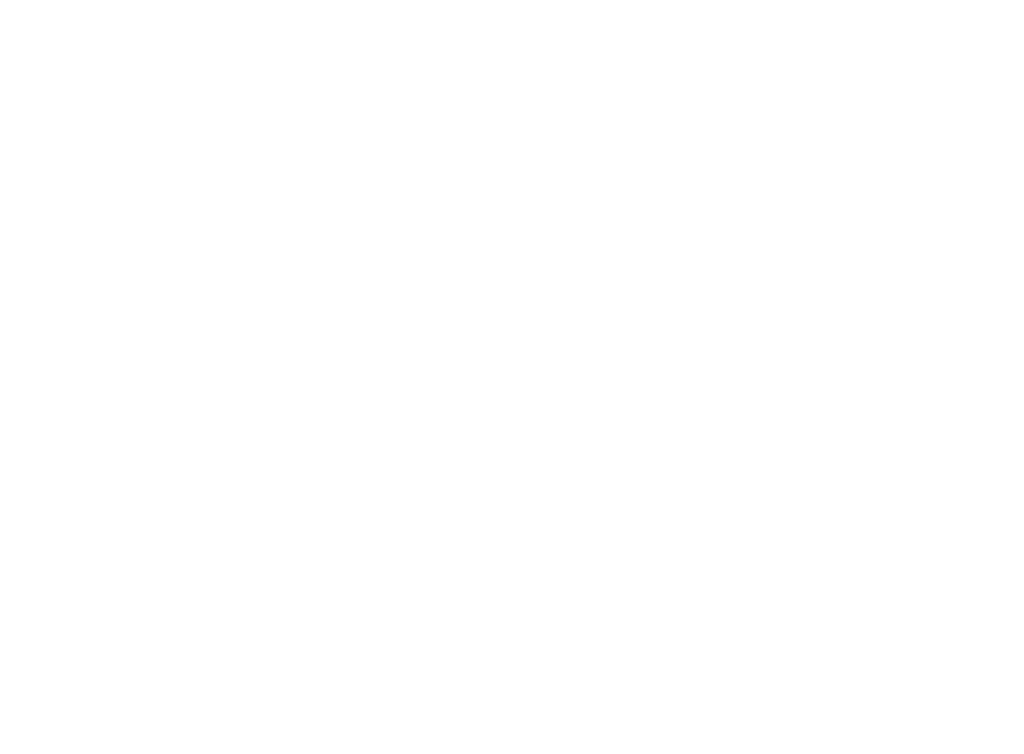
<source format=kicad_pcb>
(kicad_pcb (version 20221018) (generator pcbnew)

  (general
    (thickness 1.6)
  )

  (paper "A4")
  (title_block
    (title "Retro Circuit&Power Tester")
    (date "2025-05-16")
    (rev "1.0")
    (company "S59MZ")
  )

  (layers
    (0 "F.Cu" signal)
    (31 "B.Cu" signal)
    (32 "B.Adhes" user "B.Adhesive")
    (33 "F.Adhes" user "F.Adhesive")
    (34 "B.Paste" user)
    (35 "F.Paste" user)
    (36 "B.SilkS" user "B.Silkscreen")
    (37 "F.SilkS" user "F.Silkscreen")
    (38 "B.Mask" user)
    (39 "F.Mask" user)
    (40 "Dwgs.User" user "User.Drawings")
    (41 "Cmts.User" user "User.Comments")
    (42 "Eco1.User" user "User.Eco1")
    (43 "Eco2.User" user "User.Eco2")
    (44 "Edge.Cuts" user)
    (45 "Margin" user)
    (46 "B.CrtYd" user "B.Courtyard")
    (47 "F.CrtYd" user "F.Courtyard")
    (48 "B.Fab" user)
    (49 "F.Fab" user)
    (50 "User.1" user)
    (51 "User.2" user)
    (52 "User.3" user)
    (53 "User.4" user)
    (54 "User.5" user)
    (55 "User.6" user)
    (56 "User.7" user)
    (57 "User.8" user)
    (58 "User.9" user)
  )

  (setup
    (pad_to_mask_clearance 0)
    (grid_origin 179 83)
    (pcbplotparams
      (layerselection 0x3fc0000_7ffffffe)
      (plot_on_all_layers_selection 0x0000000_00000000)
      (disableapertmacros false)
      (usegerberextensions false)
      (usegerberattributes true)
      (usegerberadvancedattributes true)
      (creategerberjobfile true)
      (dashed_line_dash_ratio 12.000000)
      (dashed_line_gap_ratio 3.000000)
      (svgprecision 4)
      (plotframeref false)
      (viasonmask false)
      (mode 1)
      (useauxorigin false)
      (hpglpennumber 1)
      (hpglpenspeed 20)
      (hpglpendiameter 15.000000)
      (dxfpolygonmode true)
      (dxfimperialunits true)
      (dxfusepcbnewfont true)
      (psnegative false)
      (psa4output false)
      (plotreference true)
      (plotvalue true)
      (plotinvisibletext false)
      (sketchpadsonfab false)
      (subtractmaskfromsilk false)
      (outputformat 3)
      (mirror false)
      (drillshape 0)
      (scaleselection 1)
      (outputdirectory "DXF")
    )
  )

  (net 0 "")

  (gr_circle (center 207 130) (end 211 130)
    (stroke (width 0.05) (type default)) (fill none) (layer "User.1") (tstamp 097f0862-f15b-43d6-9d3a-33867fb0a109))
  (gr_rect (start 70 111) (end 98 121)
    (stroke (width 0.05) (type default)) (fill none) (layer "User.1") (tstamp 2713bcec-ff11-4208-9c6a-28bd00800c17))
  (gr_circle (center 115.11 89.5) (end 116.86 89.5)
    (stroke (width 0.05) (type default)) (fill none) (layer "User.1") (tstamp 2b863088-29c5-45c7-ab04-ee872083eb20))
  (gr_rect (start 55 40) (end 222 139)
    (stroke (width 0.05) (type default)) (fill none) (layer "User.1") (tstamp 2d09411b-ee82-4021-a1c4-3de6533abd2f))
  (gr_circle (center 64.89 89.5) (end 66.64 89.5)
    (stroke (width 0.05) (type default)) (fill none) (layer "User.1") (tstamp 3cbb2918-db5d-4cf3-8036-147f4776ca85))
  (gr_circle (center 147.82 101) (end 149.82 101)
    (stroke (width 0.05) (type default)) (fill none) (layer "User.1") (tstamp 3d4857c9-c74d-472b-9662-4a2e71cd6e0b))
  (gr_circle (center 151 130) (end 155 130)
    (stroke (width 0.05) (type default)) (fill none) (layer "User.1") (tstamp 3f9c6ced-4997-424c-9b9d-12a873336a6c))
  (gr_circle (center 127 122) (end 130 122)
    (stroke (width 0.05) (type default)) (fill none) (layer "User.1") (tstamp 5c57940c-2106-484e-93a0-0824d85dcab6))
  (gr_circle (center 179 47) (end 181 47)
    (stroke (width 0.05) (type default)) (fill none) (layer "User.1") (tstamp 65667613-dfeb-4560-9e28-c4d8ded328a1))
  (gr_circle (center 192.5 130) (end 197.5 130)
    (stroke (width 0.05) (type default)) (fill none) (layer "User.1") (tstamp 71ec32af-33d8-4d09-b2bc-04c4c2e73d14))
  (gr_circle (center 133 53) (end 137 53)
    (stroke (width 0.05) (type default)) (fill none) (layer "User.1") (tstamp 9c81c60d-47ee-4fcd-aa56-714eedad7eec))
  (gr_circle (center 90 46) (end 91.75 46)
    (stroke (width 0.05) (type default)) (fill none) (layer "User.1") (tstamp 9e5c7833-2db4-4667-9bb0-592a49890c0c))
  (gr_circle (center 165.5 130) (end 170.5 130)
    (stroke (width 0.05) (type default)) (fill none) (layer "User.1") (tstamp a1111e21-85b9-458b-9baf-eaa142072f47))
  (gr_circle (center 210.18 101) (end 212.18 101)
    (stroke (width 0.05) (type default)) (fill none) (layer "User.1") (tstamp b6c0b4d1-a06c-492b-a609-58da66e5f9c1))
  (gr_circle (center 90 75) (end 115.5 75)
    (stroke (width 0.05) (type default)) (fill none) (layer "User.1") (tstamp cdafbb6f-7b36-4dbb-bb1e-4fd6490b8068))
  (gr_rect (start 70 125) (end 98 135)
    (stroke (width 0.05) (type default)) (fill none) (layer "User.1") (tstamp cea44a94-1dea-484d-b054-355d163a75ad))
  (gr_circle (center 179 83) (end 212 83)
    (stroke (width 0.05) (type default)) (fill none) (layer "User.1") (tstamp ec3a5dbd-5396-4bd9-9c3a-2c8527c62f50))
  (gr_circle (center 106 46) (end 108.25 46)
    (stroke (width 0.1) (type default)) (fill none) (layer "User.3") (tstamp 0889c195-cb37-41ac-ad4f-6e5db60cbd53))
  (gr_circle (center 106 84) (end 108.25 84)
    (stroke (width 0.1) (type default)) (fill none) (layer "User.3") (tstamp 09234670-a862-4a6f-9d49-d52532907229))
  (gr_circle (center 202 117.5) (end 203.75 117.5)
    (stroke (width 0.1) (type default)) (fill none) (layer "User.3") (tstamp 0feb75c8-b149-43db-914e-e0ca8179cf0d))
  (gr_line (start 188.5 107.5) (end 188.5 66)
    (stroke (width 0.1) (type default)) (layer "User.3") (tstamp 1aace7b1-a5b6-43ef-ac20-3399fdf949d8))
  (gr_circle (center 106 95) (end 108.25 95)
    (stroke (width 0.1) (type default)) (fill none) (layer "User.3") (tstamp 2f3e1947-adc1-4c93-b16d-40607a4b998e))
  (gr_line (start 194 113) (end 188.5 107.5)
    (stroke (width 0.1) (type default)) (layer "User.3") (tstamp 551fce70-3b05-4951-b33b-876b2d71cb51))
  (gr_circle (center 106 133) (end 108.25 133)
    (stroke (width 0.1) (type default)) (fill none) (layer "User.3") (tstamp 5d2477c6-2066-4f7f-88df-4bf5418b477e))
  (gr_line (start 215.5 66) (end 215.5 107.5)
    (stroke (width 0.1) (type default)) (layer "User.3") (tstamp 6e02f798-6c5e-41bf-8fe0-300c4ee7ef95))
  (gr_line (start 210 113) (end 194 113)
    (stroke (width 0.1) (type default)) (layer "User.3") (tstamp a18fd580-0197-40d8-a945-3104058b3a8b))
  (gr_circle (center 68 84) (end 70.25 84)
    (stroke (width 0.1) (type default)) (fill none) (layer "User.3") (tstamp b0b62e5b-7aa8-49a0-a7bd-bb1e2820e6f6))
  (gr_circle (center 134 65) (end 139 65)
    (stroke (width 0.1) (type default)) (fill none) (layer "User.3") (tstamp b1a0e481-390e-4418-ab0a-a664197e5eec))
  (gr_circle (center 87 65) (end 108 65)
    (stroke (width 0.1) (type default)) (fill none) (layer "User.3") (tstamp b41b5ffc-fc8f-4501-95fa-9ac2728e9813))
  (gr_circle (center 68 95) (end 70.25 95)
    (stroke (width 0.1) (type default)) (fill none) (layer "User.3") (tstamp c38c48c2-57a7-430e-b3ac-7583b0a6c202))
  (gr_circle (center 87 114) (end 108 114)
    (stroke (width 0.1) (type default)) (fill none) (layer "User.3") (tstamp c8e10f93-954c-4042-b095-131b32bdcb06))
  (gr_line (start 188.5 66) (end 215.5 66)
    (stroke (width 0.1) (type default)) (layer "User.3") (tstamp dc14eae5-49de-4539-bb1d-20bfdf68a18a))
  (gr_circle (center 202 61.5) (end 203.75 61.5)
    (stroke (width 0.1) (type default)) (fill none) (layer "User.3") (tstamp de6e1231-f59e-4aeb-b4c5-3e7d25836668))
  (gr_rect (start 55 40) (end 222 139)
    (stroke (width 0.05) (type default)) (fill none) (layer "User.3") (tstamp e612c47d-4371-4377-af76-4bf36034bcab))
  (gr_circle (center 68 46) (end 70.25 46)
    (stroke (width 0.1) (type default)) (fill none) (layer "User.3") (tstamp e6acd85a-13f8-4490-bdd0-7fb3b49da4db))
  (gr_line (start 215.5 107.5) (end 210 113)
    (stroke (width 0.1) (type default)) (layer "User.3") (tstamp ec720a7e-939b-4562-93c9-c5a03786a431))
  (gr_circle (center 68 133) (end 70.25 133)
    (stroke (width 0.1) (type default)) (fill none) (layer "User.3") (tstamp f2399dba-a65d-4977-a4f4-b164207bdfa0))
  (gr_rect (start 55 40) (end 232 150)
    (stroke (width 0.1) (type default)) (fill none) (layer "User.5") (tstamp affd405d-c994-422a-a563-9b13a716c32c))
  (gr_circle (center 143.5 83) (end 163.5 83)
    (stroke (width 0.1) (type default)) (fill none) (layer "User.5") (tstamp f6c772e2-e23d-4135-8ecb-7a981ff136b3))
  (gr_rect (start 55 40) (end 229 150)
    (stroke (width 0.1) (type default)) (fill none) (layer "User.7") (tstamp cda63f10-1f4d-4df7-a699-8c0bf757885c))
  (gr_circle (center 91 78) (end 92.75 78)
    (stroke (width 0.1) (type default)) (fill none) (layer "User.7") (tstamp db0d9976-9b5d-4637-9340-325f2381a137))
  (gr_circle (center 171 124) (end 172.75 124)
    (stroke (width 0.1) (type default)) (fill none) (layer "User.7") (tstamp e7b411e3-805d-4aeb-bd79-fe3dfe6a8232))
  (gr_rect (start 85 72) (end 176 129)
    (stroke (width 0.1) (type dash)) (fill none) (layer "User.8") (tstamp 861ee563-c78a-49b2-9ee7-cef81a4251b4))
  (gr_rect (start 127 54) (end 133.5 72)
    (stroke (width 0.1) (type dash)) (fill none) (layer "User.8") (tstamp 92a36829-2fdf-48b3-a448-4658a7d191d2))
  (gr_text "Frontpanel" (at 120 33.5) (layer "User.2") (tstamp 51bde2f5-5460-478d-949b-8f14d14a6e0a)
    (effects (font (size 6 6) (thickness 0.5)) (justify left bottom))
  )
  (gr_text "Backplane" (at 120 33.5) (layer "User.4") (tstamp a7cc09a4-79f8-4902-8256-cd6cb6ecc74e)
    (effects (font (size 6 6) (thickness 0.5)) (justify left bottom))
  )
  (gr_text "Top Cover" (at 120 33.5) (layer "User.6") (tstamp 30adad67-76bb-4561-bf86-de684304647c)
    (effects (font (size 6 6) (thickness 0.5)) (justify left bottom))
  )
  (gr_text "Botom - look from below!" (at 86 26) (layer "User.8") (tstamp 445e9cbe-d08f-42cd-889d-791f8faa2e55)
    (effects (font (size 6 6) (thickness 0.5)) (justify left bottom))
  )
  (gr_text "backplane" (at 109 154) (layer "User.8") (tstamp 8deda85d-65cb-4604-a71f-8e792e192319)
    (effects (font (size 3 3) (thickness 0.15)) (justify left bottom))
  )
  (gr_text "frontpanel" (at 111 38) (layer "User.8") (tstamp 9dca53fa-2efb-4f97-b715-d47b16383e3b)
    (effects (font (size 3 3) (thickness 0.15)) (justify left bottom))
  )
  (dimension (type aligned) (layer "User.2") (tstamp 03dfd99e-5816-4ac3-b3b3-62fc0d47c703)
    (pts (xy 64.89 89.5) (xy 115.11 89.5))
    (height 6)
    (gr_text "50,2200 mm" (at 90 94.35) (layer "User.2") (tstamp 03dfd99e-5816-4ac3-b3b3-62fc0d47c703)
      (effects (font (size 1 1) (thickness 0.15)))
    )
    (format (prefix "") (suffix "") (units 3) (units_format 1) (precision 4))
    (style (thickness 0.1) (arrow_length 1.27) (text_position_mode 0) (extension_height 0.58642) (extension_offset 0.5) keep_text_aligned)
  )
  (dimension (type aligned) (layer "User.2") (tstamp 06d7db3c-f139-4659-b2e2-dd7279fbfce2)
    (pts (xy 145.82 101) (xy 149.82 101))
    (height -5)
    (gr_text "4,0000 mm" (at 147.82 94.85) (layer "User.2") (tstamp 06d7db3c-f139-4659-b2e2-dd7279fbfce2)
      (effects (font (size 1 1) (thickness 0.15)))
    )
    (format (prefix "") (suffix "") (units 3) (units_format 1) (precision 4))
    (style (thickness 0.1) (arrow_length 1.27) (text_position_mode 0) (extension_height 0.58642) (extension_offset 0.5) keep_text_aligned)
  )
  (dimension (type aligned) (layer "User.2") (tstamp 1368f7d7-6847-4a70-bdb5-a60c6f5e96f5)
    (pts (xy 151 130) (xy 207 130))
    (height -9)
    (gr_text "56,0000 mm" (at 179 119.85) (layer "User.2") (tstamp 1368f7d7-6847-4a70-bdb5-a60c6f5e96f5)
      (effects (font (size 1 1) (thickness 0.15)))
    )
    (format (prefix "") (suffix "") (units 3) (units_format 1) (precision 4))
    (style (thickness 0.1) (arrow_length 1.27) (text_position_mode 0) (extension_height 0.58642) (extension_offset 0.5) keep_text_aligned)
  )
  (dimension (type aligned) (layer "User.2") (tstamp 2233c5e0-aa50-4099-81af-e82d6ee7a913)
    (pts (xy 133 54) (xy 55 54))
    (height 1.5)
    (gr_text "78,0000 mm" (at 94 51.35) (layer "User.2") (tstamp 2233c5e0-aa50-4099-81af-e82d6ee7a913)
      (effects (font (size 1 1) (thickness 0.15)))
    )
    (format (prefix "") (suffix "") (units 3) (units_format 1) (precision 4))
    (style (thickness 0.1) (arrow_length 1.27) (text_position_mode 0) (extension_height 0.58642) (extension_offset 0.5) keep_text_aligned)
  )
  (dimension (type aligned) (layer "User.2") (tstamp 29af374b-5ec2-4160-8ee3-990ce8c0e5d7)
    (pts (xy 64.89 89.5) (xy 55 89.5))
    (height -6)
    (gr_text "9,8900 mm" (at 59.945 94.35) (layer "User.2") (tstamp 29af374b-5ec2-4160-8ee3-990ce8c0e5d7)
      (effects (font (size 1 1) (thickness 0.15)))
    )
    (format (prefix "") (suffix "") (units 3) (units_format 1) (precision 4))
    (style (thickness 0.1) (arrow_length 1.27) (text_position_mode 0) (extension_height 0.58642) (extension_offset 0.5) keep_text_aligned)
  )
  (dimension (type aligned) (layer "User.2") (tstamp 2a53acaf-ee56-4364-a67f-bd40724781af)
    (pts (xy 90 46) (xy 90 40))
    (height -4.5)
    (gr_text "6,0000 mm" (at 84.35 43 90) (layer "User.2") (tstamp 2a53acaf-ee56-4364-a67f-bd40724781af)
      (effects (font (size 1 1) (thickness 0.15)))
    )
    (format (prefix "") (suffix "") (units 3) (units_format 1) (precision 4))
    (style (thickness 0.1) (arrow_length 1.27) (text_position_mode 0) (extension_height 0.58642) (extension_offset 0.5) keep_text_aligned)
  )
  (dimension (type aligned) (layer "User.2") (tstamp 303bcfb9-799d-4619-8d75-15b577b35b2f)
    (pts (xy 179 83) (xy 222 83))
    (height 6.5)
    (gr_text "43,0000 mm" (at 200.5 88.35) (layer "User.2") (tstamp 303bcfb9-799d-4619-8d75-15b577b35b2f)
      (effects (font (size 1 1) (thickness 0.15)))
    )
    (format (prefix "") (suffix "") (units 3) (units_format 1) (precision 4))
    (style (thickness 0.1) (arrow_length 1.27) (text_position_mode 0) (extension_height 0.58642) (extension_offset 0.5) keep_text_aligned)
  )
  (dimension (type aligned) (layer "User.2") (tstamp 36cbc4f1-8f8e-4d1a-b686-854b3680b51a)
    (pts (xy 151 130) (xy 151 139))
    (height 6.5)
    (gr_text "9,0000 mm" (at 143.35 134.5 90) (layer "User.2") (tstamp 36cbc4f1-8f8e-4d1a-b686-854b3680b51a)
      (effects (font (size 1 1) (thickness 0.15)))
    )
    (format (prefix "") (suffix "") (units 3) (units_format 1) (precision 4))
    (style (thickness 0.1) (arrow_length 1.27) (text_position_mode 0) (extension_height 0.58642) (extension_offset 0.5) keep_text_aligned)
  )
  (dimension (type aligned) (layer "User.2") (tstamp 417c535d-1cbc-49dc-97fc-d73aa1b8dd78)
    (pts (xy 127 122) (xy 55 122))
    (height 5)
    (gr_text "72,0000 mm" (at 91 115.85) (layer "User.2") (tstamp 417c535d-1cbc-49dc-97fc-d73aa1b8dd78)
      (effects (font (size 1 1) (thickness 0.15)))
    )
    (format (prefix "") (suffix "") (units 3) (units_format 1) (precision 4))
    (style (thickness 0.1) (arrow_length 1.27) (text_position_mode 0) (extension_height 0.58642) (extension_offset 0.5) keep_text_aligned)
  )
  (dimension (type aligned) (layer "User.2") (tstamp 4324e852-b443-49cd-9a86-86e2e51c397d)
    (pts (xy 70 135) (xy 70 139))
    (height 3)
    (gr_text "4,0000 mm" (at 65.85 137 90) (layer "User.2") (tstamp 4324e852-b443-49cd-9a86-86e2e51c397d)
      (effects (font (size 1 1) (thickness 0.15)))
    )
    (format (prefix "") (suffix "") (units 3) (units_format 1) (precision 4))
    (style (thickness 0.1) (arrow_length 1.27) (text_position_mode 0) (extension_height 0.58642) (extension_offset 0.5) keep_text_aligned)
  )
  (dimension (type aligned) (layer "User.2") (tstamp 55c46971-3b47-442e-a65e-8c68bb988b6e)
    (pts (xy 55 139) (xy 222 139))
    (height 5.5)
    (gr_text "167,0000 mm" (at 138.5 143.35) (layer "User.2") (tstamp 55c46971-3b47-442e-a65e-8c68bb988b6e)
      (effects (font (size 1 1) (thickness 0.15)))
    )
    (format (prefix "") (suffix "") (units 3) (units_format 1) (precision 4))
    (style (thickness 0.1) (arrow_length 1.27) (text_position_mode 0) (extension_height 0.58642) (extension_offset 0.5) keep_text_aligned)
  )
  (dimension (type aligned) (layer "User.2") (tstamp 5df1b12c-d9d1-400f-b4d7-06518f8282cc)
    (pts (xy 197.5 130) (xy 187.5 130))
    (height 6)
    (gr_text "10,0000 mm" (at 192.5 122.85) (layer "User.2") (tstamp 5df1b12c-d9d1-400f-b4d7-06518f8282cc)
      (effects (font (size 1 1) (thickness 0.15)))
    )
    (format (prefix "") (suffix "") (units 3) (units_format 1) (precision 4))
    (style (thickness 0.1) (arrow_length 1.27) (text_position_mode 0) (extension_height 0.58642) (extension_offset 0.5) keep_text_aligned)
  )
  (dimension (type aligned) (layer "User.2") (tstamp 5f054cef-2aa7-44a9-9c03-c13060be910b)
    (pts (xy 115.11 91.25) (xy 115.11 87.75))
    (height 4.89)
    (gr_text "3,5000 mm" (at 118.85 89.5 90) (layer "User.2") (tstamp 5f054cef-2aa7-44a9-9c03-c13060be910b)
      (effects (font (size 1 1) (thickness 0.15)))
    )
    (format (prefix "") (suffix "") (units 3) (units_format 1) (precision 4))
    (style (thickness 0.1) (arrow_length 1.27) (text_position_mode 0) (extension_height 0.58642) (extension_offset 0.5) keep_text_aligned)
  )
  (dimension (type aligned) (layer "User.2") (tstamp 6005be8f-48d2-459b-9e60-4b17a34c86e7)
    (pts (xy 64.5 75) (xy 115.5 75))
    (height -9.5)
    (gr_text "51,0000 mm" (at 90 64.35) (layer "User.2") (tstamp 6005be8f-48d2-459b-9e60-4b17a34c86e7)
      (effects (font (size 1 1) (thickness 0.15)))
    )
    (format (prefix "") (suffix "") (units 3) (units_format 1) (precision 4))
    (style (thickness 0.1) (arrow_length 1.27) (text_position_mode 0) (extension_height 0.58642) (extension_offset 0.5) keep_text_aligned)
  )
  (dimension (type aligned) (layer "User.2") (tstamp 704ff4c1-dd49-4f64-b046-3e8df6ba3f37)
    (pts (xy 165.5 130) (xy 192.5 130))
    (height 6.999999)
    (gr_text "27,0000 mm" (at 179 135.849999) (layer "User.2") (tstamp 704ff4c1-dd49-4f64-b046-3e8df6ba3f37)
      (effects (font (size 1 1) (thickness 0.15)))
    )
    (format (prefix "") (suffix "") (units 3) (units_format 1) (precision 4))
    (style (thickness 0.1) (arrow_length 1.27) (text_position_mode 0) (extension_height 0.58642) (extension_offset 0.5) keep_text_aligned)
  )
  (dimension (type aligned) (layer "User.2") (tstamp 753ebd85-88f4-4892-a3b5-ee4066d56e86)
    (pts (xy 70 111) (xy 55 111))
    (height 4)
    (gr_text "15,0000 mm" (at 62.5 105.85) (layer "User.2") (tstamp 753ebd85-88f4-4892-a3b5-ee4066d56e86)
      (effects (font (size 1 1) (thickness 0.15)))
    )
    (format (prefix "") (suffix "") (units 3) (units_format 1) (precision 4))
    (style (thickness 0.1) (arrow_length 1.27) (text_position_mode 0) (extension_height 0.58642) (extension_offset 0.5) keep_text_aligned)
  )
  (dimension (type aligned) (layer "User.2") (tstamp 75f0da7c-987a-4f11-9b3a-38d785bf865d)
    (pts (xy 207 126) (xy 207 134))
    (height 5)
    (gr_text "8,0000 mm" (at 200.85 130 90) (layer "User.2") (tstamp 75f0da7c-987a-4f11-9b3a-38d785bf865d)
      (effects (font (size 1 1) (thickness 0.15)))
    )
    (format (prefix "") (suffix "") (units 3) (units_format 1) (precision 4))
    (style (thickness 0.1) (arrow_length 1.27) (text_position_mode 0) (extension_height 0.58642) (extension_offset 0.5) keep_text_aligned)
  )
  (dimension (type aligned) (layer "User.2") (tstamp 7873a5d7-ace9-4434-b866-4cf26922fcf4)
    (pts (xy 98 125) (xy 98 135))
    (height -5.5)
    (gr_text "10,0000 mm" (at 102.35 130 90) (layer "User.2") (tstamp 7873a5d7-ace9-4434-b866-4cf26922fcf4)
      (effects (font (size 1 1) (thickness 0.15)))
    )
    (format (prefix "") (suffix "") (units 3) (units_format 1) (precision 4))
    (style (thickness 0.1) (arrow_length 1.27) (text_position_mode 0) (extension_height 0.58642) (extension_offset 0.5) keep_text_aligned)
  )
  (dimension (type aligned) (layer "User.2") (tstamp 7eaa6620-8735-45d3-bbef-c81db02d6b50)
    (pts (xy 90 75) (xy 55 75))
    (height -5.5)
    (gr_text "35,0000 mm" (at 72.5 79.35) (layer "User.2") (tstamp 7eaa6620-8735-45d3-bbef-c81db02d6b50)
      (effects (font (size 1 1) (thickness 0.15)))
    )
    (format (prefix "") (suffix "") (units 3) (units_format 1) (precision 4))
    (style (thickness 0.1) (arrow_length 1.27) (text_position_mode 0) (extension_height 0.58642) (extension_offset 0.5) keep_text_aligned)
  )
  (dimension (type aligned) (layer "User.2") (tstamp 7f172d81-1cef-47c3-a5e7-38f494210e66)
    (pts (xy 129 54) (xy 137 54))
    (height 7.5)
    (gr_text "8,0000 mm" (at 133 60.35) (layer "User.2") (tstamp 7f172d81-1cef-47c3-a5e7-38f494210e66)
      (effects (font (size 1 1) (thickness 0.15)))
    )
    (format (prefix "") (suffix "") (units 3) (units_format 1) (precision 4))
    (style (thickness 0.1) (arrow_length 1.27) (text_position_mode 0) (extension_height 0.58642) (extension_offset 0.5) keep_text_aligned)
  )
  (dimension (type aligned) (layer "User.2") (tstamp 803d4a5d-ba30-433d-817e-db8818b10735)
    (pts (xy 210.18 101) (xy 210 40))
    (height 6.173909)
    (gr_text "61,0003 mm" (at 217.413877 70.478389 -89.83093098) (layer "User.2") (tstamp 803d4a5d-ba30-433d-817e-db8818b10735)
      (effects (font (size 1 1) (thickness 0.15)))
    )
    (format (prefix "") (suffix "") (units 3) (units_format 1) (precision 4))
    (style (thickness 0.1) (arrow_length 1.27) (text_position_mode 0) (extension_height 0.58642) (extension_offset 0.5) keep_text_aligned)
  )
  (dimension (type aligned) (layer "User.2") (tstamp 855fcce3-f808-403e-b9ac-bceae4aed20f)
    (pts (xy 179 47) (xy 179 40))
    (height 6)
    (gr_text "7,0000 mm" (at 183.85 43.5 90) (layer "User.2") (tstamp 855fcce3-f808-403e-b9ac-bceae4aed20f)
      (effects (font (size 1 1) (thickness 0.15)))
    )
    (format (prefix "") (suffix "") (units 3) (units_format 1) (precision 4))
    (style (thickness 0.1) (arrow_length 1.27) (text_position_mode 0) (extension_height 0.58642) (extension_offset 0.5) keep_text_aligned)
  )
  (dimension (type aligned) (layer "User.2") (tstamp 8b539f8f-bef7-485e-b6c6-f7bd78f3faee)
    (pts (xy 64.89 89.5) (xy 65 40))
    (height -3.757483)
    (gr_text "49,5001 mm" (at 60.037529 64.739094 89.87267626) (layer "User.2") (tstamp 8b539f8f-bef7-485e-b6c6-f7bd78f3faee)
      (effects (font (size 1 1) (thickness 0.15)))
    )
    (format (prefix "") (suffix "") (units 3) (units_format 1) (precision 4))
    (style (thickness 0.1) (arrow_length 1.27) (text_position_mode 0) (extension_height 0.58642) (extension_offset 0.5) keep_text_aligned)
  )
  (dimension (type aligned) (layer "User.2") (tstamp 9dcd67b5-29e8-40e9-b885-8543539612e1)
    (pts (xy 98 111) (xy 98 121))
    (height -5.5)
    (gr_text "10,0000 mm" (at 102.35 116 90) (layer "User.2") (tstamp 9dcd67b5-29e8-40e9-b885-8543539612e1)
      (effects (font (size 1 1) (thickness 0.15)))
    )
    (format (prefix "") (suffix "") (units 3) (units_format 1) (precision 4))
    (style (thickness 0.1) (arrow_length 1.27) (text_position_mode 0) (extension_height 0.58642) (extension_offset 0.5) keep_text_aligned)
  )
  (dimension (type aligned) (layer "User.2") (tstamp b1511e07-6cfe-498b-8d1d-6afd0a521853)
    (pts (xy 127 122) (xy 127 139))
    (height -6)
    (gr_text "17,0000 mm" (at 131.85 130.5 90) (layer "User.2") (tstamp b1511e07-6cfe-498b-8d1d-6afd0a521853)
      (effects (font (size 1 1) (thickness 0.15)))
    )
    (format (prefix "") (suffix "") (units 3) (units_format 1) (precision 4))
    (style (thickness 0.1) (arrow_length 1.27) (text_position_mode 0) (extension_height 0.58642) (extension_offset 0.5) keep_text_aligned)
  )
  (dimension (type aligned) (layer "User.2") (tstamp b8002b1f-2cf1-4acf-8692-2df022a47e4a)
    (pts (xy 124 122) (xy 130 122))
    (height -9.5)
    (gr_text "6,0000 mm" (at 127 111.35) (layer "User.2") (tstamp b8002b1f-2cf1-4acf-8692-2df022a47e4a)
      (effects (font (size 1 1) (thickness 0.15)))
    )
    (format (prefix "") (suffix "") (units 3) (units_format 1) (precision 4))
    (style (thickness 0.1) (arrow_length 1.27) (text_position_mode 0) (extension_height 0.58642) (extension_offset 0.5) keep_text_aligned)
  )
  (dimension (type aligned) (layer "User.2") (tstamp bb7d52d0-ebd1-4a16-a4ee-b179105483fb)
    (pts (xy 70 125) (xy 70 121))
    (height -3)
    (gr_text "4,0000 mm" (at 65.85 123 90) (layer "User.2") (tstamp bb7d52d0-ebd1-4a16-a4ee-b179105483fb)
      (effects (font (size 1 1) (thickness 0.15)))
    )
    (format (prefix "") (suffix "") (units 3) (units_format 1) (precision 4))
    (style (thickness 0.1) (arrow_length 1.27) (text_position_mode 0) (extension_height 0.58642) (extension_offset 0.5) keep_text_aligned)
  )
  (dimension (type aligned) (layer "User.2") (tstamp bbc7752b-5b55-4e24-a605-4a65d80e7e18)
    (pts (xy 210.18 101) (xy 147.82 101))
    (height -6)
    (gr_text "62,3600 mm" (at 179 105.85) (layer "User.2") (tstamp bbc7752b-5b55-4e24-a605-4a65d80e7e18)
      (effects (font (size 1 1) (thickness 0.15)))
    )
    (format (prefix "") (suffix "") (units 3) (units_format 1) (precision 4))
    (style (thickness 0.1) (arrow_length 1.27) (text_position_mode 0) (extension_height 0.58642) (extension_offset 0.5) keep_text_aligned)
  )
  (dimension (type aligned) (layer "User.2") (tstamp bede8255-0050-41cd-a947-ce786a053156)
    (pts (xy 90 75) (xy 90 40))
    (height 7)
    (gr_text "35,0000 mm" (at 95.85 57.5 90) (layer "User.2") (tstamp bede8255-0050-41cd-a947-ce786a053156)
      (effects (font (size 1 1) (thickness 0.15)))
    )
    (format (prefix "") (suffix "") (units 3) (units_format 1) (precision 4))
    (style (thickness 0.1) (arrow_length 1.27) (text_position_mode 0) (extension_height 0.58642) (extension_offset 0.5) keep_text_aligned)
  )
  (dimension (type aligned) (layer "User.2") (tstamp bf16f316-3300-486d-9afa-1f32c36742d5)
    (pts (xy 179 83) (xy 179 40))
    (height -7)
    (gr_text "43,0000 mm" (at 170.85 61.5 90) (layer "User.2") (tstamp bf16f316-3300-486d-9afa-1f32c36742d5)
      (effects (font (size 1 1) (thickness 0.15)))
    )
    (format (prefix "") (suffix "") (units 3) (units_format 1) (precision 4))
    (style (thickness 0.1) (arrow_length 1.27) (text_position_mode 0) (extension_height 0.58642) (extension_offset 0.5) keep_text_aligned)
  )
  (dimension (type aligned) (layer "User.2") (tstamp c26c3ab9-2773-4908-9c61-03a1bd2b895c)
    (pts (xy 70 111) (xy 98 111))
    (height -4)
    (gr_text "28,0000 mm" (at 84 105.85) (layer "User.2") (tstamp c26c3ab9-2773-4908-9c61-03a1bd2b895c)
      (effects (font (size 1 1) (thickness 0.15)))
    )
    (format (prefix "") (suffix "") (units 3) (units_format 1) (precision 4))
    (style (thickness 0.1) (arrow_length 1.27) (text_position_mode 0) (extension_height 0.58642) (extension_offset 0.5) keep_text_aligned)
  )
  (dimension (type aligned) (layer "User.2") (tstamp c2cdc32c-d9b7-4bd7-b0a7-6c77845e7107)
    (pts (xy 222 40) (xy 222 139))
    (height -5.5)
    (gr_text "99,0000 mm" (at 226.35 89.5 90) (layer "User.2") (tstamp c2cdc32c-d9b7-4bd7-b0a7-6c77845e7107)
      (effects (font (size 1 1) (thickness 0.15)))
    )
    (format (prefix "") (suffix "") (units 3) (units_format 1) (precision 4))
    (style (thickness 0.1) (arrow_length 1.27) (text_position_mode 0) (extension_height 0.58642) (extension_offset 0.5) keep_text_aligned)
  )
  (dimension (type aligned) (layer "User.2") (tstamp dbc4ec41-ba9b-4360-9ed2-52f5157b8540)
    (pts (xy 151 126) (xy 151 134))
    (height -7)
    (gr_text "8,0000 mm" (at 156.85 130 90) (layer "User.2") (tstamp dbc4ec41-ba9b-4360-9ed2-52f5157b8540)
      (effects (font (size 1 1) (thickness 0.15)))
    )
    (format (prefix "") (suffix "") (units 3) (units_format 1) (precision 4))
    (style (thickness 0.1) (arrow_length 1.27) (text_position_mode 0) (extension_height 0.58642) (extension_offset 0.5) keep_text_aligned)
  )
  (dimension (type aligned) (layer "User.2") (tstamp e12225fc-8bcd-4ac2-8cc4-101179caac1c)
    (pts (xy 170.5 130) (xy 160.5 130))
    (height 6)
    (gr_text "10,0000 mm" (at 165.5 122.85) (layer "User.2") (tstamp e12225fc-8bcd-4ac2-8cc4-101179caac1c)
      (effects (font (size 1 1) (thickness 0.15)))
    )
    (format (prefix "") (suffix "") (units 3) (units_format 1) (precision 4))
    (style (thickness 0.1) (arrow_length 1.27) (text_position_mode 0) (extension_height 0.58642) (extension_offset 0.5) keep_text_aligned)
  )
  (dimension (type aligned) (layer "User.2") (tstamp e329c315-60bd-4889-bae6-dfd8b89c2594)
    (pts (xy 133 53) (xy 133 40))
    (height 5.5)
    (gr_text "13,0000 mm" (at 137.35 46.5 90) (layer "User.2") (tstamp e329c315-60bd-4889-bae6-dfd8b89c2594)
      (effects (font (size 1 1) (thickness 0.15)))
    )
    (format (prefix "") (suffix "") (units 3) (units_format 1) (precision 4))
    (style (thickness 0.1) (arrow_length 1.27) (text_position_mode 0) (extension_height 0.58642) (extension_offset 0.5) keep_text_aligned)
  )
  (dimension (type aligned) (layer "User.2") (tstamp e809c9c0-c2e8-47b8-8dee-c5ff11bc5a23)
    (pts (xy 207 130) (xy 207 139))
    (height -9)
    (gr_text "9,0000 mm" (at 214.85 134.5 90) (layer "User.2") (tstamp e809c9c0-c2e8-47b8-8dee-c5ff11bc5a23)
      (effects (font (size 1 1) (thickness 0.15)))
    )
    (format (prefix "") (suffix "") (units 3) (units_format 1) (precision 4))
    (style (thickness 0.1) (arrow_length 1.27) (text_position_mode 0) (extension_height 0.58642) (extension_offset 0.5) keep_text_aligned)
  )
  (dimension (type aligned) (layer "User.2") (tstamp edecdd00-d47a-497a-92d8-9e783bff7003)
    (pts (xy 210.18 101) (xy 222 101))
    (height 6)
    (gr_text "11,8200 mm" (at 216.09 105.85) (layer "User.2") (tstamp edecdd00-d47a-497a-92d8-9e783bff7003)
      (effects (font (size 1 1) (thickness 0.15)))
    )
    (format (prefix "") (suffix "") (units 3) (units_format 1) (precision 4))
    (style (thickness 0.1) (arrow_length 1.27) (text_position_mode 0) (extension_height 0.58642) (extension_offset 0.5) keep_text_aligned)
  )
  (dimension (type aligned) (layer "User.2") (tstamp f8395403-382e-4512-99c9-fb68678fe96a)
    (pts (xy 207 130) (xy 222 130))
    (height -9)
    (gr_text "15,0000 mm" (at 214.5 119.85) (layer "User.2") (tstamp f8395403-382e-4512-99c9-fb68678fe96a)
      (effects (font (size 1 1) (thickness 0.15)))
    )
    (format (prefix "") (suffix "") (units 3) (units_format 1) (precision 4))
    (style (thickness 0.1) (arrow_length 1.27) (text_position_mode 0) (extension_height 0.58642) (extension_offset 0.5) keep_text_aligned)
  )
  (dimension (type aligned) (layer "User.4") (tstamp 00543911-0f25-405b-84be-253e7e22b63d)
    (pts (xy 87 65) (xy 87 40))
    (height 0)
    (gr_text "25,0000 mm" (at 85.85 52.5 90) (layer "User.4") (tstamp 00543911-0f25-405b-84be-253e7e22b63d)
      (effects (font (size 1 1) (thickness 0.15)))
    )
    (format (prefix "") (suffix "") (units 3) (units_format 1) (precision 4))
    (style (thickness 0.1) (arrow_length 1.27) (text_position_mode 0) (extension_height 0.58642) (extension_offset 0.5) keep_text_aligned)
  )
  (dimension (type aligned) (layer "User.4") (tstamp 130b7e21-8ef6-4e37-b998-a77cbc19408e)
    (pts (xy 202 117.5) (xy 202 61.5))
    (height 5)
    (gr_text "56,0000 mm" (at 205.85 89.5 90) (layer "User.4") (tstamp 130b7e21-8ef6-4e37-b998-a77cbc19408e)
      (effects (font (size 1 1) (thickness 0.15)))
    )
    (format (prefix "") (suffix "") (units 3) (units_format 1) (precision 4))
    (style (thickness 0.1) (arrow_length 1.27) (text_position_mode 0) (extension_height 0.58642) (extension_offset 0.5) keep_text_aligned)
  )
  (dimension (type aligned) (layer "User.4") (tstamp 19081e08-80a1-47f9-ab70-37bc06c7029d)
    (pts (xy 87 114) (xy 55 114))
    (height 4)
    (gr_text "32,0000 mm" (at 71 108.85) (layer "User.4") (tstamp 19081e08-80a1-47f9-ab70-37bc06c7029d)
      (effects (font (size 1 1) (thickness 0.15)))
    )
    (format (prefix "") (suffix "") (units 3) (units_format 1) (precision 4))
    (style (thickness 0.1) (arrow_length 1.27) (text_position_mode 0) (extension_height 0.58642) (extension_offset 0.5) keep_text_aligned)
  )
  (dimension (type aligned) (layer "User.4") (tstamp 1c71b65d-c18e-4d00-a514-a95e3d198161)
    (pts (xy 202 117.5) (xy 222 117.5))
    (height 5.5)
    (gr_text "20,0000 mm" (at 212 121.85) (layer "User.4") (tstamp 1c71b65d-c18e-4d00-a514-a95e3d198161)
      (effects (font (size 1 1) (thickness 0.15)))
    )
    (format (prefix "") (suffix "") (units 3) (units_format 1) (precision 4))
    (style (thickness 0.1) (arrow_length 1.27) (text_position_mode 0) (extension_height 0.58642) (extension_offset 0.5) keep_text_aligned)
  )
  (dimension (type aligned) (layer "User.4") (tstamp 2919b29e-427a-4d8a-bcc2-92fd24ea3953)
    (pts (xy 87 65) (xy 55 65))
    (height -3.5)
    (gr_text "32,0000 mm" (at 71 67.35) (layer "User.4") (tstamp 2919b29e-427a-4d8a-bcc2-92fd24ea3953)
      (effects (font (size 1 1) (thickness 0.15)))
    )
    (format (prefix "") (suffix "") (units 3) (units_format 1) (precision 4))
    (style (thickness 0.1) (arrow_length 1.27) (text_position_mode 0) (extension_height 0.58642) (extension_offset 0.5) keep_text_aligned)
  )
  (dimension (type aligned) (layer "User.4") (tstamp 29e32798-623e-4b96-8914-815a6fffb4fc)
    (pts (xy 188.5 107.5) (xy 188.5 66))
    (height -6.5)
    (gr_text "41,5000 mm" (at 180.85 86.75 90) (layer "User.4") (tstamp 29e32798-623e-4b96-8914-815a6fffb4fc)
      (effects (font (size 1 1) (thickness 0.15)))
    )
    (format (prefix "") (suffix "") (units 3) (units_format 1) (precision 4))
    (style (thickness 0.1) (arrow_length 1.27) (text_position_mode 0) (extension_height 0.58642) (extension_offset 0.5) keep_text_aligned)
  )
  (dimension (type aligned) (layer "User.4") (tstamp 2ac2753d-eef0-4b04-8ee4-ef7f99367237)
    (pts (xy 106 95) (xy 106 133))
    (height -7.5)
    (gr_text "38,0000 mm" (at 112.35 114 90) (layer "User.4") (tstamp 2ac2753d-eef0-4b04-8ee4-ef7f99367237)
      (effects (font (size 1 1) (thickness 0.15)))
    )
    (format (prefix "") (suffix "") (units 3) (units_format 1) (precision 4))
    (style (thickness 0.1) (arrow_length 1.27) (text_position_mode 0) (extension_height 0.58642) (extension_offset 0.5) keep_text_aligned)
  )
  (dimension (type aligned) (layer "User.4") (tstamp 31cacedf-c567-47fb-8884-28feee619d5b)
    (pts (xy 194 113) (xy 210 113))
    (height -6)
    (gr_text "16,0000 mm" (at 202 105.85) (layer "User.4") (tstamp 31cacedf-c567-47fb-8884-28feee619d5b)
      (effects (font (size 1 1) (thickness 0.15)))
    )
    (format (prefix "") (suffix "") (units 3) (units_format 1) (precision 4))
    (style (thickness 0.1) (arrow_length 1.27) (text_position_mode 0) (extension_height 0.58642) (extension_offset 0.5) keep_text_aligned)
  )
  (dimension (type aligned) (layer "User.4") (tstamp 36f9cb8e-f74f-4082-8402-3da5e2209ae8)
    (pts (xy 55 139) (xy 222 139))
    (height 9)
    (gr_text "167,0000 mm" (at 138.5 146.85) (layer "User.4") (tstamp 36f9cb8e-f74f-4082-8402-3da5e2209ae8)
      (effects (font (size 1 1) (thickness 0.15)))
    )
    (format (prefix "") (suffix "") (units 3) (units_format 1) (precision 4))
    (style (thickness 0.1) (arrow_length 1.27) (text_position_mode 0) (extension_height 0.58642) (extension_offset 0.5) keep_text_aligned)
  )
  (dimension (type aligned) (layer "User.4") (tstamp 4438949f-aaf0-4bbb-a201-4135bc047200)
    (pts (xy 188.5 66) (xy 215.5 66))
    (height 5)
    (gr_text "27,0000 mm" (at 202 69.85) (layer "User.4") (tstamp 4438949f-aaf0-4bbb-a201-4135bc047200)
      (effects (font (size 1 1) (thickness 0.15)))
    )
    (format (prefix "") (suffix "") (units 3) (units_format 1) (precision 4))
    (style (thickness 0.1) (arrow_length 1.27) (text_position_mode 0) (extension_height 0.58642) (extension_offset 0.5) keep_text_aligned)
  )
  (dimension (type aligned) (layer "User.4") (tstamp 4ec95042-4958-497a-9b77-aaa6e1b9267b)
    (pts (xy 222 40) (xy 222 139))
    (height -12)
    (gr_text "99,0000 mm" (at 232.85 89.5 90) (layer "User.4") (tstamp 4ec95042-4958-497a-9b77-aaa6e1b9267b)
      (effects (font (size 1 1) (thickness 0.15)))
    )
    (format (prefix "") (suffix "") (units 3) (units_format 1) (precision 4))
    (style (thickness 0.1) (arrow_length 1.27) (text_position_mode 0) (extension_height 0.58642) (extension_offset 0.5) keep_text_aligned)
  )
  (dimension (type aligned) (layer "User.4") (tstamp 5c1a021b-65a8-4042-9559-233e603ee51a)
    (pts (xy 134 65) (xy 134 40))
    (height 11)
    (gr_text "25,0000 mm" (at 143.85 52.5 90) (layer "User.4") (tstamp 5c1a021b-65a8-4042-9559-233e603ee51a)
      (effects (font (size 1 1) (thickness 0.15)))
    )
    (format (prefix "") (suffix "") (units 3) (units_format 1) (precision 4))
    (style (thickness 0.1) (arrow_length 1.27) (text_position_mode 0) (extension_height 0.58642) (extension_offset 0.5) keep_text_aligned)
  )
  (dimension (type aligned) (layer "User.4") (tstamp 7abd421d-eb84-4518-ba05-fa366057db3f)
    (pts (xy 68 133) (xy 68 139))
    (height 6)
    (gr_text "6,0000 mm" (at 60.85 136 90) (layer "User.4") (tstamp 7abd421d-eb84-4518-ba05-fa366057db3f)
      (effects (font (size 1 1) (thickness 0.15)))
    )
    (format (prefix "") (suffix "") (units 3) (units_format 1) (precision 4))
    (style (thickness 0.1) (arrow_length 1.27) (text_position_mode 0) (extension_height 0.58642) (extension_offset 0.5) keep_text_aligned)
  )
  (dimension (type aligned) (layer "User.4") (tstamp 7fbaccfb-3eb7-420e-90f5-4b4400d2ddfa)
    (pts (xy 68 84) (xy 106 84))
    (height 5.5)
    (gr_text "38,0000 mm" (at 87 88.35) (layer "User.4") (tstamp 7fbaccfb-3eb7-420e-90f5-4b4400d2ddfa)
      (effects (font (size 1 1) (thickness 0.15)))
    )
    (format (prefix "") (suffix "") (units 3) (units_format 1) (precision 4))
    (style (thickness 0.1) (arrow_length 1.27) (text_position_mode 0) (extension_height 0.58642) (extension_offset 0.5) keep_text_aligned)
  )
  (dimension (type aligned) (layer "User.4") (tstamp 90f25a85-3623-4c71-8154-cf8ffa482a66)
    (pts (xy 129 65) (xy 139 65))
    (height 9)
    (gr_text "10,0000 mm" (at 134 72.85) (layer "User.4") (tstamp 90f25a85-3623-4c71-8154-cf8ffa482a66)
      (effects (font (size 1 1) (thickness 0.15)))
    )
    (format (prefix "") (suffix "") (units 3) (units_format 1) (precision 4))
    (style (thickness 0.1) (arrow_length 1.27) (text_position_mode 0) (extension_height 0.58642) (extension_offset 0.5) keep_text_aligned)
  )
  (dimension (type aligned) (layer "User.4") (tstamp a2e02b1e-3b25-46ee-9383-84fe1d5bb766)
    (pts (xy 134 65) (xy 55 65))
    (height 6)
    (gr_text "79,0000 mm" (at 94.5 57.85) (layer "User.4") (tstamp a2e02b1e-3b25-46ee-9383-84fe1d5bb766)
      (effects (font (size 1 1) (thickness 0.15)))
    )
    (format (prefix "") (suffix "") (units 3) (units_format 1) (precision 4))
    (style (thickness 0.1) (arrow_length 1.27) (text_position_mode 0) (extension_height 0.58642) (extension_offset 0.5) keep_text_aligned)
  )
  (dimension (type aligned) (layer "User.4") (tstamp a44e54fb-0830-48c5-bfc7-21075eaf6d57)
    (pts (xy 68 46) (xy 55 46))
    (height -6)
    (gr_text "13,0000 mm" (at 61.5 50.85) (layer "User.4") (tstamp a44e54fb-0830-48c5-bfc7-21075eaf6d57)
      (effects (font (size 1 1) (thickness 0.15)))
    )
    (format (prefix "") (suffix "") (units 3) (units_format 1) (precision 4))
    (style (thickness 0.1) (arrow_length 1.27) (text_position_mode 0) (extension_height 0.58642) (extension_offset 0.5) keep_text_aligned)
  )
  (dimension (type aligned) (layer "User.4") (tstamp b4dd386e-1b0d-4c2e-acd9-c5d7d77dce60)
    (pts (xy 202 61.5) (xy 202 40))
    (height -6)
    (gr_text "21,5000 mm" (at 194.85 50.75 90) (layer "User.4") (tstamp b4dd386e-1b0d-4c2e-acd9-c5d7d77dce60)
      (effects (font (size 1 1) (thickness 0.15)))
    )
    (format (prefix "") (suffix "") (units 3) (units_format 1) (precision 4))
    (style (thickness 0.1) (arrow_length 1.27) (text_position_mode 0) (extension_height 0.58642) (extension_offset 0.5) keep_text_aligned)
  )
  (dimension (type aligned) (layer "User.4") (tstamp bcec0c2e-bf7a-470e-af07-2ccc6ee15869)
    (pts (xy 106 46) (xy 106 40))
    (height 7.5)
    (gr_text "6,0000 mm" (at 112.35 43 90) (layer "User.4") (tstamp bcec0c2e-bf7a-470e-af07-2ccc6ee15869)
      (effects (font (size 1 1) (thickness 0.15)))
    )
    (format (prefix "") (suffix "") (units 3) (units_format 1) (precision 4))
    (style (thickness 0.1) (arrow_length 1.27) (text_position_mode 0) (extension_height 0.58642) (extension_offset 0.5) keep_text_aligned)
  )
  (dimension (type aligned) (layer "User.4") (tstamp c6886a1e-9cc8-4468-ab8e-1575f9d5fd9b)
    (pts (xy 202 115.75) (xy 202 119.25))
    (height 4)
    (gr_text "3,5000 mm" (at 196.85 117.5 90) (layer "User.4") (tstamp c6886a1e-9cc8-4468-ab8e-1575f9d5fd9b)
      (effects (font (size 1 1) (thickness 0.15)))
    )
    (format (prefix "") (suffix "") (units 3) (units_format 1) (precision 4))
    (style (thickness 0.1) (arrow_length 1.27) (text_position_mode 0) (extension_height 0.58642) (extension_offset 0.5) keep_text_aligned)
  )
  (dimension (type aligned) (layer "User.4") (tstamp c705db00-253b-4833-a746-9eb3661b169f)
    (pts (xy 87 114) (xy 87 139))
    (height 0)
    (gr_text "25,0000 mm" (at 85.85 126.5 90) (layer "User.4") (tstamp c705db00-253b-4833-a746-9eb3661b169f)
      (effects (font (size 1 1) (thickness 0.15)))
    )
    (format (prefix "") (suffix "") (units 3) (units_format 1) (precision 4))
    (style (thickness 0.1) (arrow_length 1.27) (text_position_mode 0) (extension_height 0.58642) (extension_offset 0.5) keep_text_aligned)
  )
  (dimension (type aligned) (layer "User.4") (tstamp d20ace1e-f085-441b-b1ae-ed0d90e22601)
    (pts (xy 66 114) (xy 108 114))
    (height 0)
    (gr_text "42,0000 mm" (at 87 112.85) (layer "User.4") (tstamp d20ace1e-f085-441b-b1ae-ed0d90e22601)
      (effects (font (size 1 1) (thickness 0.15)))
    )
    (format (prefix "") (suffix "") (units 3) (units_format 1) (precision 4))
    (style (thickness 0.1) (arrow_length 1.27) (text_position_mode 0) (extension_height 0.58642) (extension_offset 0.5) keep_text_aligned)
  )
  (dimension (type aligned) (layer "User.4") (tstamp e7744b85-2a9c-4609-8697-c4fbcb16b8f5)
    (pts (xy 210 113) (xy 210 66))
    (height 9.5)
    (gr_text "47,0000 mm" (at 218.35 89.5 90) (layer "User.4") (tstamp e7744b85-2a9c-4609-8697-c4fbcb16b8f5)
      (effects (font (size 1 1) (thickness 0.15)))
    )
    (format (prefix "") (suffix "") (units 3) (units_format 1) (precision 4))
    (style (thickness 0.1) (arrow_length 1.27) (text_position_mode 0) (extension_height 0.58642) (extension_offset 0.5) keep_text_aligned)
  )
  (dimension (type aligned) (layer "User.4") (tstamp e8214791-1888-46c4-a312-bb7e159b2f19)
    (pts (xy 66 65) (xy 108 65))
    (height 0)
    (gr_text "42,0000 mm" (at 87 63.85) (layer "User.4") (tstamp e8214791-1888-46c4-a312-bb7e159b2f19)
      (effects (font (size 1 1) (thickness 0.15)))
    )
    (format (prefix "") (suffix "") (units 3) (units_format 1) (precision 4))
    (style (thickness 0.1) (arrow_length 1.27) (text_position_mode 0) (extension_height 0.58642) (extension_offset 0.5) keep_text_aligned)
  )
  (dimension (type aligned) (layer "User.4") (tstamp f1f7d1d7-d055-4bc4-a053-076ae8a6449c)
    (pts (xy 65.75 46) (xy 70.25 46))
    (height -8)
    (gr_text "4,5000 mm" (at 68 36.85) (layer "User.4") (tstamp f1f7d1d7-d055-4bc4-a053-076ae8a6449c)
      (effects (font (size 1 1) (thickness 0.15)))
    )
    (format (prefix "") (suffix "") (units 3) (units_format 1) (precision 4))
    (style (thickness 0.1) (arrow_length 1.27) (text_position_mode 0) (extension_height 0.58642) (extension_offset 0.5) keep_text_aligned)
  )
  (dimension (type aligned) (layer "User.6") (tstamp 001b5fe0-7f7d-4b53-975f-77ee35e8657d)
    (pts (xy 143.5 83) (xy 55 83))
    (height 26)
    (gr_text "88,5000 mm" (at 99.25 55.85) (layer "User.6") (tstamp 001b5fe0-7f7d-4b53-975f-77ee35e8657d)
      (effects (font (size 1 1) (thickness 0.15)))
    )
    (format (prefix "") (suffix "") (units 3) (units_format 1) (precision 4))
    (style (thickness 0.1) (arrow_length 1.27) (text_position_mode 0) (extension_height 0.58642) (extension_offset 0.5) keep_text_aligned)
  )
  (dimension (type aligned) (layer "User.6") (tstamp 30770705-d5e5-4450-a1fd-df823d6c2b1f)
    (pts (xy 143.5 83) (xy 143.5 40))
    (height 30.5)
    (gr_text "43,0000 mm" (at 172.85 61.5 90) (layer "User.6") (tstamp 30770705-d5e5-4450-a1fd-df823d6c2b1f)
      (effects (font (size 1 1) (thickness 0.15)))
    )
    (format (prefix "") (suffix "") (units 3) (units_format 1) (precision 4))
    (style (thickness 0.1) (arrow_length 1.27) (text_position_mode 0) (extension_height 0.58642) (extension_offset 0.5) keep_text_aligned)
  )
  (dimension (type aligned) (layer "User.6") (tstamp 80942814-cea3-43b3-beae-533deeb0fb65)
    (pts (xy 232 150) (xy 55 150))
    (height -8)
    (gr_text "177,0000 mm" (at 143.5 156.85) (layer "User.6") (tstamp 80942814-cea3-43b3-beae-533deeb0fb65)
      (effects (font (size 1 1) (thickness 0.15)))
    )
    (format (prefix "") (suffix "") (units 3) (units_format 1) (precision 4))
    (style (thickness 0.1) (arrow_length 1.27) (text_position_mode 0) (extension_height 0.58642) (extension_offset 0.5) keep_text_aligned)
  )
  (dimension (type aligned) (layer "User.6") (tstamp cb3496ae-73f2-4088-b0bc-6e0533632550)
    (pts (xy 232 150) (xy 232 40))
    (height 9)
    (gr_text "110,0000 mm" (at 239.85 95 90) (layer "User.6") (tstamp cb3496ae-73f2-4088-b0bc-6e0533632550)
      (effects (font (size 1 1) (thickness 0.15)))
    )
    (format (prefix "") (suffix "") (units 3) (units_format 1) (precision 4))
    (style (thickness 0.1) (arrow_length 1.27) (text_position_mode 0) (extension_height 0.58642) (extension_offset 0.5) keep_text_aligned)
  )
  (dimension (type aligned) (layer "User.6") (tstamp e677fdb0-5c1d-4080-9bd3-ef6414642e4e)
    (pts (xy 123.5 83) (xy 163.5 83))
    (height 26)
    (gr_text "40,0000 mm" (at 143.5 107.85) (layer "User.6") (tstamp e677fdb0-5c1d-4080-9bd3-ef6414642e4e)
      (effects (font (size 1 1) (thickness 0.15)))
    )
    (format (prefix "") (suffix "") (units 3) (units_format 1) (precision 4))
    (style (thickness 0.1) (arrow_length 1.27) (text_position_mode 0) (extension_height 0.58642) (extension_offset 0.5) keep_text_aligned)
  )
  (dimension (type aligned) (layer "User.8") (tstamp 098cd075-9415-4bd1-add1-3ec17714722a)
    (pts (xy 89.25 78) (xy 92.75 78))
    (height 6)
    (gr_text "3,5000 mm" (at 91 82.85) (layer "User.8") (tstamp 098cd075-9415-4bd1-add1-3ec17714722a)
      (effects (font (size 1 1) (thickness 0.15)))
    )
    (format (prefix "") (suffix "") (units 3) (units_format 1) (precision 4))
    (style (thickness 0.1) (arrow_length 1.27) (text_position_mode 0) (extension_height 0.58642) (extension_offset 0.5) keep_text_aligned)
  )
  (dimension (type aligned) (layer "User.8") (tstamp 2bae2cdd-cb53-4831-b68f-61a846f8f556)
    (pts (xy 55 150) (xy 229 150))
    (height 8)
    (gr_text "174,0000 mm" (at 142 156.85) (layer "User.8") (tstamp 2bae2cdd-cb53-4831-b68f-61a846f8f556)
      (effects (font (size 1 1) (thickness 0.15)))
    )
    (format (prefix "") (suffix "") (units 3) (units_format 1) (precision 4))
    (style (thickness 0.1) (arrow_length 1.27) (text_position_mode 0) (extension_height 0.58642) (extension_offset 0.5) keep_text_aligned)
  )
  (dimension (type aligned) (layer "User.8") (tstamp 38af8d73-ea91-456e-a359-bedd2fde21e4)
    (pts (xy 91 78) (xy 91 40))
    (height 0)
    (gr_text "38,0000 mm" (at 89.85 59 90) (layer "User.8") (tstamp 38af8d73-ea91-456e-a359-bedd2fde21e4)
      (effects (font (size 1 1) (thickness 0.15)))
    )
    (format (prefix "") (suffix "") (units 3) (units_format 1) (precision 4))
    (style (thickness 0.1) (arrow_length 1.27) (text_position_mode 0) (extension_height 0.58642) (extension_offset 0.5) keep_text_aligned)
  )
  (dimension (type aligned) (layer "User.8") (tstamp 5a79a874-6c7e-4976-aa13-1bd45a8a747e)
    (pts (xy 91 78) (xy 171 124))
    (height 0)
    (gr_text "92,2822 mm" (at 131.573242 100.003058 330.1010982) (layer "User.8") (tstamp 5a79a874-6c7e-4976-aa13-1bd45a8a747e)
      (effects (font (size 1 1) (thickness 0.15)))
    )
    (format (prefix "") (suffix "") (units 3) (units_format 1) (precision 4))
    (style (thickness 0.1) (arrow_length 1.27) (text_position_mode 0) (extension_height 0.58642) (extension_offset 0.5) keep_text_aligned)
  )
  (dimension (type aligned) (layer "User.8") (tstamp 6ce46038-34be-442f-8aba-da0dc2824a7f)
    (pts (xy 171 124) (xy 171 150))
    (height 0)
    (gr_text "26,0000 mm" (at 169.85 137 90) (layer "User.8") (tstamp 6ce46038-34be-442f-8aba-da0dc2824a7f)
      (effects (font (size 1 1) (thickness 0.15)))
    )
    (format (prefix "") (suffix "") (units 3) (units_format 1) (precision 4))
    (style (thickness 0.1) (arrow_length 1.27) (text_position_mode 0) (extension_height 0.58642) (extension_offset 0.5) keep_text_aligned)
  )
  (dimension (type aligned) (layer "User.8") (tstamp a1bb7090-a758-4c2e-be87-8b334d45115c)
    (pts (xy 172.75 124) (xy 169.25 124))
    (height 6)
    (gr_text "3,5000 mm" (at 171 116.85) (layer "User.8") (tstamp a1bb7090-a758-4c2e-be87-8b334d45115c)
      (effects (font (size 1 1) (thickness 0.15)))
    )
    (format (prefix "") (suffix "") (units 3) (units_format 1) (precision 4))
    (style (thickness 0.1) (arrow_length 1.27) (text_position_mode 0) (extension_height 0.58642) (extension_offset 0.5) keep_text_aligned)
  )
  (dimension (type aligned) (layer "User.8") (tstamp ae3a714d-b6e7-447a-b76d-f87620527b93)
    (pts (xy 91 78) (xy 55 78))
    (height 0)
    (gr_text "36,0000 mm" (at 73 76.85) (layer "User.8") (tstamp ae3a714d-b6e7-447a-b76d-f87620527b93)
      (effects (font (size 1 1) (thickness 0.15)))
    )
    (format (prefix "") (suffix "") (units 3) (units_format 1) (precision 4))
    (style (thickness 0.1) (arrow_length 1.27) (text_position_mode 0) (extension_height 0.58642) (extension_offset 0.5) keep_text_aligned)
  )
  (dimension (type aligned) (layer "User.8") (tstamp f772ed61-a16a-40ce-a996-b030e3ab2402)
    (pts (xy 229 150) (xy 229 40))
    (height 8)
    (gr_text "110,0000 mm" (at 235.85 95 90) (layer "User.8") (tstamp f772ed61-a16a-40ce-a996-b030e3ab2402)
      (effects (font (size 1 1) (thickness 0.15)))
    )
    (format (prefix "") (suffix "") (units 3) (units_format 1) (precision 4))
    (style (thickness 0.1) (arrow_length 1.27) (text_position_mode 0) (extension_height 0.58642) (extension_offset 0.5) keep_text_aligned)
  )
  (dimension (type aligned) (layer "User.8") (tstamp fd3b9dc6-21f8-4a38-973d-f38038cba9ea)
    (pts (xy 171 124) (xy 229 124))
    (height 0)
    (gr_text "58,0000 mm" (at 200 122.85) (layer "User.8") (tstamp fd3b9dc6-21f8-4a38-973d-f38038cba9ea)
      (effects (font (size 1 1) (thickness 0.15)))
    )
    (format (prefix "") (suffix "") (units 3) (units_format 1) (precision 4))
    (style (thickness 0.1) (arrow_length 1.27) (text_position_mode 0) (extension_height 0.58642) (extension_offset 0.5) keep_text_aligned)
  )

)

</source>
